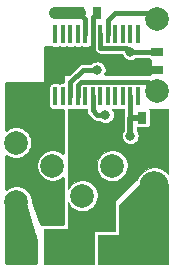
<source format=gbr>
G04 #@! TF.GenerationSoftware,KiCad,Pcbnew,(5.1.5-0-10_14)*
G04 #@! TF.CreationDate,2021-10-06T22:58:41+01:00*
G04 #@! TF.ProjectId,throwie,7468726f-7769-4652-9e6b-696361645f70,rev?*
G04 #@! TF.SameCoordinates,Original*
G04 #@! TF.FileFunction,Copper,L2,Bot*
G04 #@! TF.FilePolarity,Positive*
%FSLAX46Y46*%
G04 Gerber Fmt 4.6, Leading zero omitted, Abs format (unit mm)*
G04 Created by KiCad (PCBNEW (5.1.5-0-10_14)) date 2021-10-06 22:58:41*
%MOMM*%
%LPD*%
G04 APERTURE LIST*
%ADD10R,0.400000X1.600000*%
%ADD11C,2.500000*%
%ADD12C,2.000000*%
%ADD13R,0.700000X1.000000*%
%ADD14R,1.000000X0.700000*%
%ADD15C,0.800000*%
%ADD16C,1.000000*%
%ADD17C,0.250000*%
%ADD18C,0.400000*%
%ADD19C,0.500000*%
%ADD20C,0.125000*%
%ADD21C,0.254000*%
G04 APERTURE END LIST*
D10*
X56642000Y-75150000D03*
X57277000Y-75150000D03*
X57912000Y-75150000D03*
X58547000Y-75150000D03*
X59182000Y-75150000D03*
X59817000Y-75150000D03*
X60452000Y-75150000D03*
X61087000Y-75150000D03*
X61722000Y-75150000D03*
X62357000Y-75150000D03*
X62992000Y-75150000D03*
X63642000Y-75150000D03*
X63627000Y-69850000D03*
X62992000Y-69850000D03*
X62357000Y-69850000D03*
X61722000Y-69850000D03*
X61087000Y-69850000D03*
X60452000Y-69850000D03*
X59817000Y-69850000D03*
X59182000Y-69850000D03*
X58547000Y-69850000D03*
X57912000Y-69850000D03*
X57277000Y-69850000D03*
X56642000Y-69850000D03*
D11*
X65024000Y-79248000D03*
X65024000Y-82748000D03*
D12*
X61468000Y-81026000D03*
X58928000Y-83566000D03*
X56388000Y-81026000D03*
X65278000Y-74676000D03*
X65278000Y-68580000D03*
D13*
X65508000Y-76962000D03*
X64008000Y-76962000D03*
D12*
X54159144Y-87382448D03*
X64008000Y-87376000D03*
D13*
X58698000Y-68072000D03*
X60198000Y-68072000D03*
D12*
X53307721Y-79074104D03*
X53340000Y-84074000D03*
D14*
X65278000Y-71398000D03*
X65278000Y-72898000D03*
D15*
X57912000Y-87884990D03*
X58952000Y-87860000D03*
X60198000Y-85598000D03*
X59182000Y-85598000D03*
X58181818Y-85582182D03*
X56642000Y-68072000D03*
X57658000Y-68072000D03*
X56642000Y-88900000D03*
X58674000Y-76708000D03*
X62738000Y-88646000D03*
X65786000Y-88646000D03*
X65786000Y-87630000D03*
X65786000Y-86614000D03*
X61722000Y-88646000D03*
X65786000Y-85598000D03*
X65786000Y-84582000D03*
X64008000Y-84582000D03*
X64008000Y-85598000D03*
X62992000Y-85598000D03*
X56896000Y-85504010D03*
X55719990Y-85504010D03*
X62992000Y-71374000D03*
X60198000Y-72898000D03*
X60880000Y-76710000D03*
X62992000Y-78486000D03*
D16*
X61214000Y-83796002D02*
X61214000Y-85116315D01*
X61214000Y-85116315D02*
X61214000Y-85682000D01*
X63774001Y-81236001D02*
X61214000Y-83796002D01*
X63774001Y-80497999D02*
X63774001Y-81236001D01*
X65024000Y-79248000D02*
X63774001Y-80497999D01*
X60282000Y-85682000D02*
X60198000Y-85598000D01*
X61214000Y-85682000D02*
X60282000Y-85682000D01*
X58197636Y-85598000D02*
X58181818Y-85582182D01*
X59182000Y-85598000D02*
X58197636Y-85598000D01*
X59182000Y-85598000D02*
X60198000Y-85598000D01*
X57936990Y-87860000D02*
X57912000Y-87884990D01*
X58952000Y-87860000D02*
X57936990Y-87860000D01*
X56896990Y-88900000D02*
X57912000Y-87884990D01*
X56642000Y-88900000D02*
X56642000Y-88900000D01*
X58181818Y-87615172D02*
X57912000Y-87884990D01*
X58181818Y-85582182D02*
X58181818Y-87615172D01*
D17*
X65508000Y-78764000D02*
X65024000Y-79248000D01*
D16*
X65508000Y-76962000D02*
X65508000Y-78764000D01*
D18*
X59182000Y-69850000D02*
X59182000Y-68580000D01*
X59182000Y-68580000D02*
X58674000Y-68072000D01*
D16*
X58698000Y-68072000D02*
X56642000Y-68072000D01*
X56642000Y-88900000D02*
X56896990Y-88900000D01*
X63424333Y-87197667D02*
X62738000Y-87884000D01*
X64008000Y-87197667D02*
X63424333Y-87197667D01*
X62738000Y-87884000D02*
X61722000Y-87884000D01*
X65024000Y-86106000D02*
X64008000Y-87122000D01*
D17*
X60960000Y-88646000D02*
X62738000Y-88646000D01*
D16*
X61722000Y-88646000D02*
X60960000Y-88646000D01*
X61722000Y-87884000D02*
X61722000Y-88646000D01*
D18*
X59817000Y-69850000D02*
X59817000Y-71288923D01*
X59817000Y-71288923D02*
X61426077Y-72898000D01*
X61426077Y-72898000D02*
X65278000Y-72898000D01*
X59939500Y-71411423D02*
X59817000Y-71288923D01*
X59817000Y-69850000D02*
X59817000Y-68453000D01*
X59817000Y-68453000D02*
X60198000Y-68072000D01*
D16*
X54108448Y-87382448D02*
X54102000Y-87376000D01*
X54159144Y-87382448D02*
X54108448Y-87382448D01*
D18*
X60452000Y-69850000D02*
X60452000Y-71050000D01*
X62668000Y-71050000D02*
X62992000Y-71374000D01*
X60452000Y-71050000D02*
X62668000Y-71050000D01*
X62992000Y-71374000D02*
X65278000Y-71374000D01*
X58964000Y-72898000D02*
X60198000Y-72898000D01*
X57912000Y-73950000D02*
X58964000Y-72898000D01*
X57912000Y-75150000D02*
X57912000Y-73950000D01*
X58581999Y-74174003D02*
X58842002Y-73914000D01*
X58581999Y-75115001D02*
X58581999Y-74174003D01*
X58547000Y-75150000D02*
X58581999Y-75115001D01*
X58842002Y-73914000D02*
X60198000Y-73914000D01*
X60452000Y-73914000D02*
X63500000Y-73914000D01*
X63500000Y-73914000D02*
X64008000Y-73914000D01*
X64008000Y-73914000D02*
X64516000Y-73914000D01*
X64516000Y-73914000D02*
X65278000Y-74676000D01*
X61087000Y-69850000D02*
X61087000Y-68707000D01*
X61087000Y-68707000D02*
X61722000Y-68072000D01*
X61722000Y-68072000D02*
X62484000Y-68072000D01*
X62484000Y-68072000D02*
X63500000Y-68072000D01*
X63500000Y-68072000D02*
X64008000Y-68072000D01*
X64008000Y-68072000D02*
X64770000Y-68072000D01*
X64770000Y-68072000D02*
X65278000Y-68580000D01*
X59817000Y-75150000D02*
X59817000Y-76350000D01*
X60175000Y-76708000D02*
X60960000Y-76708000D01*
X59817000Y-76350000D02*
X60175000Y-76708000D01*
D17*
X62992000Y-75184000D02*
X62992000Y-75438000D01*
D19*
X64008000Y-76962000D02*
X62992000Y-76962000D01*
D18*
X62992000Y-75150000D02*
X62992000Y-76962000D01*
D19*
X62992000Y-78486000D02*
X62992000Y-76962000D01*
D17*
X57277000Y-69977000D02*
X57167001Y-70086999D01*
X57277000Y-69850000D02*
X57277000Y-69977000D01*
D20*
G36*
X66206500Y-89320500D02*
G01*
X60260500Y-89320500D01*
X60260500Y-86930500D01*
X61976000Y-86930500D01*
X61988193Y-86929299D01*
X61999918Y-86925742D01*
X62010723Y-86919967D01*
X62020194Y-86912194D01*
X62027967Y-86902723D01*
X62033742Y-86891918D01*
X62037299Y-86880193D01*
X62038500Y-86868000D01*
X62038500Y-84353888D01*
X63779888Y-82612500D01*
X66206500Y-82612500D01*
X66206500Y-89320500D01*
G37*
X66206500Y-89320500D02*
X60260500Y-89320500D01*
X60260500Y-86930500D01*
X61976000Y-86930500D01*
X61988193Y-86929299D01*
X61999918Y-86925742D01*
X62010723Y-86919967D01*
X62020194Y-86912194D01*
X62027967Y-86902723D01*
X62033742Y-86891918D01*
X62037299Y-86880193D01*
X62038500Y-86868000D01*
X62038500Y-84353888D01*
X63779888Y-82612500D01*
X66206500Y-82612500D01*
X66206500Y-89320500D01*
G36*
X58347000Y-76268031D02*
G01*
X58747000Y-76268031D01*
X58803156Y-76262500D01*
X58925844Y-76262500D01*
X58982000Y-76268031D01*
X59300501Y-76268031D01*
X59300501Y-76324619D01*
X59298001Y-76350000D01*
X59307974Y-76451252D01*
X59337508Y-76548612D01*
X59385468Y-76638340D01*
X59420213Y-76680677D01*
X59450013Y-76716988D01*
X59469725Y-76733165D01*
X59791834Y-77055275D01*
X59808012Y-77074988D01*
X59851915Y-77111018D01*
X59886659Y-77139532D01*
X59962068Y-77179839D01*
X59976388Y-77187493D01*
X60073748Y-77217027D01*
X60149626Y-77224500D01*
X60149628Y-77224500D01*
X60174999Y-77226999D01*
X60200370Y-77224500D01*
X60381216Y-77224500D01*
X60423258Y-77266542D01*
X60540610Y-77344954D01*
X60671005Y-77398965D01*
X60809431Y-77426500D01*
X60950569Y-77426500D01*
X61088995Y-77398965D01*
X61219390Y-77344954D01*
X61336742Y-77266542D01*
X61436542Y-77166742D01*
X61514954Y-77049390D01*
X61568965Y-76918995D01*
X61596500Y-76780569D01*
X61596500Y-76639431D01*
X61568965Y-76501005D01*
X61514954Y-76370610D01*
X61442717Y-76262500D01*
X61465844Y-76262500D01*
X61522000Y-76268031D01*
X61922000Y-76268031D01*
X61978156Y-76262500D01*
X62100844Y-76262500D01*
X62157000Y-76268031D01*
X62475501Y-76268031D01*
X62475501Y-76726554D01*
X62466090Y-76744161D01*
X62433697Y-76850947D01*
X62422759Y-76962000D01*
X62425501Y-76989839D01*
X62425500Y-78044161D01*
X62357046Y-78146610D01*
X62303035Y-78277005D01*
X62275500Y-78415431D01*
X62275500Y-78556569D01*
X62303035Y-78694995D01*
X62357046Y-78825390D01*
X62435458Y-78942742D01*
X62535258Y-79042542D01*
X62652610Y-79120954D01*
X62783005Y-79174965D01*
X62921431Y-79202500D01*
X63062569Y-79202500D01*
X63200995Y-79174965D01*
X63331390Y-79120954D01*
X63448742Y-79042542D01*
X63548542Y-78942742D01*
X63626954Y-78825390D01*
X63680965Y-78694995D01*
X63708500Y-78556569D01*
X63708500Y-78415431D01*
X63680965Y-78277005D01*
X63626954Y-78146610D01*
X63558500Y-78044161D01*
X63558500Y-77762558D01*
X63595955Y-77773920D01*
X63658000Y-77780031D01*
X64358000Y-77780031D01*
X64420045Y-77773920D01*
X64479705Y-77755822D01*
X64534689Y-77726433D01*
X64582882Y-77686882D01*
X64622433Y-77638689D01*
X64651822Y-77583705D01*
X64669920Y-77524045D01*
X64676031Y-77462000D01*
X64676031Y-76462000D01*
X64669920Y-76399955D01*
X64651822Y-76340295D01*
X64622433Y-76285311D01*
X64603712Y-76262500D01*
X66206501Y-76262500D01*
X66206500Y-81715134D01*
X66022586Y-81531220D01*
X65766016Y-81359785D01*
X65480931Y-81241699D01*
X65178287Y-81181500D01*
X64869713Y-81181500D01*
X64567069Y-81241699D01*
X64281984Y-81359785D01*
X64025414Y-81531220D01*
X63807220Y-81749414D01*
X63635785Y-82005984D01*
X63541545Y-82233500D01*
X63500000Y-82233500D01*
X63487807Y-82234701D01*
X63476082Y-82238258D01*
X63465277Y-82244033D01*
X63455806Y-82251806D01*
X61677806Y-84029806D01*
X61670033Y-84039277D01*
X61664258Y-84050082D01*
X61660701Y-84061807D01*
X61659500Y-84074000D01*
X61659500Y-86551500D01*
X59944000Y-86551500D01*
X59931807Y-86552701D01*
X59920082Y-86556258D01*
X59909277Y-86562033D01*
X59899806Y-86569806D01*
X59892033Y-86579277D01*
X59886258Y-86590082D01*
X59882701Y-86601807D01*
X59881500Y-86614000D01*
X59881500Y-89320500D01*
X55688500Y-89320500D01*
X55688500Y-86422500D01*
X57658000Y-86422500D01*
X57670193Y-86421299D01*
X57681918Y-86417742D01*
X57692723Y-86411967D01*
X57702194Y-86404194D01*
X57709967Y-86394723D01*
X57715742Y-86383918D01*
X57719299Y-86372193D01*
X57720500Y-86360000D01*
X57720500Y-84091018D01*
X57761333Y-84189597D01*
X57905408Y-84405220D01*
X58088780Y-84588592D01*
X58304403Y-84732667D01*
X58543991Y-84831908D01*
X58798336Y-84882500D01*
X59057664Y-84882500D01*
X59312009Y-84831908D01*
X59551597Y-84732667D01*
X59767220Y-84588592D01*
X59950592Y-84405220D01*
X60094667Y-84189597D01*
X60193908Y-83950009D01*
X60244500Y-83695664D01*
X60244500Y-83436336D01*
X60193908Y-83181991D01*
X60094667Y-82942403D01*
X59950592Y-82726780D01*
X59767220Y-82543408D01*
X59551597Y-82399333D01*
X59312009Y-82300092D01*
X59057664Y-82249500D01*
X58798336Y-82249500D01*
X58543991Y-82300092D01*
X58304403Y-82399333D01*
X58088780Y-82543408D01*
X57905408Y-82726780D01*
X57761333Y-82942403D01*
X57720500Y-83040982D01*
X57720500Y-80896336D01*
X60151500Y-80896336D01*
X60151500Y-81155664D01*
X60202092Y-81410009D01*
X60301333Y-81649597D01*
X60445408Y-81865220D01*
X60628780Y-82048592D01*
X60844403Y-82192667D01*
X61083991Y-82291908D01*
X61338336Y-82342500D01*
X61597664Y-82342500D01*
X61852009Y-82291908D01*
X62091597Y-82192667D01*
X62307220Y-82048592D01*
X62490592Y-81865220D01*
X62634667Y-81649597D01*
X62733908Y-81410009D01*
X62784500Y-81155664D01*
X62784500Y-80896336D01*
X62733908Y-80641991D01*
X62634667Y-80402403D01*
X62490592Y-80186780D01*
X62307220Y-80003408D01*
X62091597Y-79859333D01*
X61852009Y-79760092D01*
X61597664Y-79709500D01*
X61338336Y-79709500D01*
X61083991Y-79760092D01*
X60844403Y-79859333D01*
X60628780Y-80003408D01*
X60445408Y-80186780D01*
X60301333Y-80402403D01*
X60202092Y-80641991D01*
X60151500Y-80896336D01*
X57720500Y-80896336D01*
X57720500Y-76268031D01*
X58112000Y-76268031D01*
X58168156Y-76262500D01*
X58290844Y-76262500D01*
X58347000Y-76268031D01*
G37*
X58347000Y-76268031D02*
X58747000Y-76268031D01*
X58803156Y-76262500D01*
X58925844Y-76262500D01*
X58982000Y-76268031D01*
X59300501Y-76268031D01*
X59300501Y-76324619D01*
X59298001Y-76350000D01*
X59307974Y-76451252D01*
X59337508Y-76548612D01*
X59385468Y-76638340D01*
X59420213Y-76680677D01*
X59450013Y-76716988D01*
X59469725Y-76733165D01*
X59791834Y-77055275D01*
X59808012Y-77074988D01*
X59851915Y-77111018D01*
X59886659Y-77139532D01*
X59962068Y-77179839D01*
X59976388Y-77187493D01*
X60073748Y-77217027D01*
X60149626Y-77224500D01*
X60149628Y-77224500D01*
X60174999Y-77226999D01*
X60200370Y-77224500D01*
X60381216Y-77224500D01*
X60423258Y-77266542D01*
X60540610Y-77344954D01*
X60671005Y-77398965D01*
X60809431Y-77426500D01*
X60950569Y-77426500D01*
X61088995Y-77398965D01*
X61219390Y-77344954D01*
X61336742Y-77266542D01*
X61436542Y-77166742D01*
X61514954Y-77049390D01*
X61568965Y-76918995D01*
X61596500Y-76780569D01*
X61596500Y-76639431D01*
X61568965Y-76501005D01*
X61514954Y-76370610D01*
X61442717Y-76262500D01*
X61465844Y-76262500D01*
X61522000Y-76268031D01*
X61922000Y-76268031D01*
X61978156Y-76262500D01*
X62100844Y-76262500D01*
X62157000Y-76268031D01*
X62475501Y-76268031D01*
X62475501Y-76726554D01*
X62466090Y-76744161D01*
X62433697Y-76850947D01*
X62422759Y-76962000D01*
X62425501Y-76989839D01*
X62425500Y-78044161D01*
X62357046Y-78146610D01*
X62303035Y-78277005D01*
X62275500Y-78415431D01*
X62275500Y-78556569D01*
X62303035Y-78694995D01*
X62357046Y-78825390D01*
X62435458Y-78942742D01*
X62535258Y-79042542D01*
X62652610Y-79120954D01*
X62783005Y-79174965D01*
X62921431Y-79202500D01*
X63062569Y-79202500D01*
X63200995Y-79174965D01*
X63331390Y-79120954D01*
X63448742Y-79042542D01*
X63548542Y-78942742D01*
X63626954Y-78825390D01*
X63680965Y-78694995D01*
X63708500Y-78556569D01*
X63708500Y-78415431D01*
X63680965Y-78277005D01*
X63626954Y-78146610D01*
X63558500Y-78044161D01*
X63558500Y-77762558D01*
X63595955Y-77773920D01*
X63658000Y-77780031D01*
X64358000Y-77780031D01*
X64420045Y-77773920D01*
X64479705Y-77755822D01*
X64534689Y-77726433D01*
X64582882Y-77686882D01*
X64622433Y-77638689D01*
X64651822Y-77583705D01*
X64669920Y-77524045D01*
X64676031Y-77462000D01*
X64676031Y-76462000D01*
X64669920Y-76399955D01*
X64651822Y-76340295D01*
X64622433Y-76285311D01*
X64603712Y-76262500D01*
X66206501Y-76262500D01*
X66206500Y-81715134D01*
X66022586Y-81531220D01*
X65766016Y-81359785D01*
X65480931Y-81241699D01*
X65178287Y-81181500D01*
X64869713Y-81181500D01*
X64567069Y-81241699D01*
X64281984Y-81359785D01*
X64025414Y-81531220D01*
X63807220Y-81749414D01*
X63635785Y-82005984D01*
X63541545Y-82233500D01*
X63500000Y-82233500D01*
X63487807Y-82234701D01*
X63476082Y-82238258D01*
X63465277Y-82244033D01*
X63455806Y-82251806D01*
X61677806Y-84029806D01*
X61670033Y-84039277D01*
X61664258Y-84050082D01*
X61660701Y-84061807D01*
X61659500Y-84074000D01*
X61659500Y-86551500D01*
X59944000Y-86551500D01*
X59931807Y-86552701D01*
X59920082Y-86556258D01*
X59909277Y-86562033D01*
X59899806Y-86569806D01*
X59892033Y-86579277D01*
X59886258Y-86590082D01*
X59882701Y-86601807D01*
X59881500Y-86614000D01*
X59881500Y-89320500D01*
X55688500Y-89320500D01*
X55688500Y-86422500D01*
X57658000Y-86422500D01*
X57670193Y-86421299D01*
X57681918Y-86417742D01*
X57692723Y-86411967D01*
X57702194Y-86404194D01*
X57709967Y-86394723D01*
X57715742Y-86383918D01*
X57719299Y-86372193D01*
X57720500Y-86360000D01*
X57720500Y-84091018D01*
X57761333Y-84189597D01*
X57905408Y-84405220D01*
X58088780Y-84588592D01*
X58304403Y-84732667D01*
X58543991Y-84831908D01*
X58798336Y-84882500D01*
X59057664Y-84882500D01*
X59312009Y-84831908D01*
X59551597Y-84732667D01*
X59767220Y-84588592D01*
X59950592Y-84405220D01*
X60094667Y-84189597D01*
X60193908Y-83950009D01*
X60244500Y-83695664D01*
X60244500Y-83436336D01*
X60193908Y-83181991D01*
X60094667Y-82942403D01*
X59950592Y-82726780D01*
X59767220Y-82543408D01*
X59551597Y-82399333D01*
X59312009Y-82300092D01*
X59057664Y-82249500D01*
X58798336Y-82249500D01*
X58543991Y-82300092D01*
X58304403Y-82399333D01*
X58088780Y-82543408D01*
X57905408Y-82726780D01*
X57761333Y-82942403D01*
X57720500Y-83040982D01*
X57720500Y-80896336D01*
X60151500Y-80896336D01*
X60151500Y-81155664D01*
X60202092Y-81410009D01*
X60301333Y-81649597D01*
X60445408Y-81865220D01*
X60628780Y-82048592D01*
X60844403Y-82192667D01*
X61083991Y-82291908D01*
X61338336Y-82342500D01*
X61597664Y-82342500D01*
X61852009Y-82291908D01*
X62091597Y-82192667D01*
X62307220Y-82048592D01*
X62490592Y-81865220D01*
X62634667Y-81649597D01*
X62733908Y-81410009D01*
X62784500Y-81155664D01*
X62784500Y-80896336D01*
X62733908Y-80641991D01*
X62634667Y-80402403D01*
X62490592Y-80186780D01*
X62307220Y-80003408D01*
X62091597Y-79859333D01*
X61852009Y-79760092D01*
X61597664Y-79709500D01*
X61338336Y-79709500D01*
X61083991Y-79760092D01*
X60844403Y-79859333D01*
X60628780Y-80003408D01*
X60445408Y-80186780D01*
X60301333Y-80402403D01*
X60202092Y-80641991D01*
X60151500Y-80896336D01*
X57720500Y-80896336D01*
X57720500Y-76268031D01*
X58112000Y-76268031D01*
X58168156Y-76262500D01*
X58290844Y-76262500D01*
X58347000Y-76268031D01*
D21*
G36*
X56295492Y-71003701D02*
G01*
X56367311Y-71025487D01*
X56442000Y-71032843D01*
X56842000Y-71032843D01*
X56916689Y-71025487D01*
X56959500Y-71012500D01*
X57002311Y-71025487D01*
X57077000Y-71032843D01*
X57477000Y-71032843D01*
X57551689Y-71025487D01*
X57594500Y-71012500D01*
X57637311Y-71025487D01*
X57712000Y-71032843D01*
X58112000Y-71032843D01*
X58186689Y-71025487D01*
X58229500Y-71012500D01*
X58272311Y-71025487D01*
X58347000Y-71032843D01*
X58747000Y-71032843D01*
X58821689Y-71025487D01*
X58864500Y-71012500D01*
X58907311Y-71025487D01*
X58982000Y-71032843D01*
X59382000Y-71032843D01*
X59456689Y-71025487D01*
X59528508Y-71003701D01*
X59548528Y-70993000D01*
X59871001Y-70993000D01*
X59871001Y-71021450D01*
X59868189Y-71050000D01*
X59879407Y-71163896D01*
X59912629Y-71273415D01*
X59966579Y-71374348D01*
X60039183Y-71462817D01*
X60127652Y-71535421D01*
X60228585Y-71589371D01*
X60338104Y-71622593D01*
X60423460Y-71631000D01*
X60452000Y-71633811D01*
X60480540Y-71631000D01*
X62253104Y-71631000D01*
X62299887Y-71743942D01*
X62385358Y-71871859D01*
X62494141Y-71980642D01*
X62622058Y-72066113D01*
X62764191Y-72124987D01*
X62915078Y-72155000D01*
X63068922Y-72155000D01*
X63219809Y-72124987D01*
X63361942Y-72066113D01*
X63489859Y-71980642D01*
X63515501Y-71955000D01*
X64456633Y-71955000D01*
X64459678Y-71960696D01*
X64507289Y-72018711D01*
X64565304Y-72066322D01*
X64631492Y-72101701D01*
X64643000Y-72105192D01*
X64643000Y-73279000D01*
X60882724Y-73279000D01*
X60890113Y-73267942D01*
X60948987Y-73125809D01*
X60979000Y-72974922D01*
X60979000Y-72821078D01*
X60948987Y-72670191D01*
X60890113Y-72528058D01*
X60804642Y-72400141D01*
X60695859Y-72291358D01*
X60567942Y-72205887D01*
X60425809Y-72147013D01*
X60274922Y-72117000D01*
X60121078Y-72117000D01*
X59970191Y-72147013D01*
X59828058Y-72205887D01*
X59700141Y-72291358D01*
X59674499Y-72317000D01*
X58992540Y-72317000D01*
X58964000Y-72314189D01*
X58935460Y-72317000D01*
X58850104Y-72325407D01*
X58740585Y-72358629D01*
X58639652Y-72412579D01*
X58551183Y-72485183D01*
X58532987Y-72507355D01*
X57761343Y-73279000D01*
X57404000Y-73279000D01*
X57379224Y-73281440D01*
X57355399Y-73288667D01*
X57333443Y-73300403D01*
X57314197Y-73316197D01*
X57298403Y-73335443D01*
X57286667Y-73357399D01*
X57279440Y-73381224D01*
X57277000Y-73406000D01*
X57277000Y-73967157D01*
X57077000Y-73967157D01*
X57002311Y-73974513D01*
X56959500Y-73987500D01*
X56916689Y-73974513D01*
X56842000Y-73967157D01*
X56442000Y-73967157D01*
X56367311Y-73974513D01*
X56295492Y-73996299D01*
X56229304Y-74031678D01*
X56171289Y-74079289D01*
X56123678Y-74137304D01*
X56088299Y-74203492D01*
X56066513Y-74275311D01*
X56059157Y-74350000D01*
X56059157Y-75950000D01*
X56066513Y-76024689D01*
X56088299Y-76096508D01*
X56123678Y-76162696D01*
X56171289Y-76220711D01*
X56229304Y-76268322D01*
X56295492Y-76303701D01*
X56367311Y-76325487D01*
X56442000Y-76332843D01*
X56842000Y-76332843D01*
X56916689Y-76325487D01*
X56959500Y-76312500D01*
X57002311Y-76325487D01*
X57077000Y-76332843D01*
X57277000Y-76332843D01*
X57277000Y-79961971D01*
X57268336Y-79953307D01*
X57042149Y-79802174D01*
X56790823Y-79698071D01*
X56524017Y-79645000D01*
X56251983Y-79645000D01*
X55985177Y-79698071D01*
X55733851Y-79802174D01*
X55507664Y-79953307D01*
X55315307Y-80145664D01*
X55164174Y-80371851D01*
X55060071Y-80623177D01*
X55007000Y-80889983D01*
X55007000Y-81162017D01*
X55060071Y-81428823D01*
X55164174Y-81680149D01*
X55315307Y-81906336D01*
X55507664Y-82098693D01*
X55733851Y-82249826D01*
X55985177Y-82353929D01*
X56251983Y-82407000D01*
X56524017Y-82407000D01*
X56790823Y-82353929D01*
X57042149Y-82249826D01*
X57268336Y-82098693D01*
X57277000Y-82090029D01*
X57277000Y-85979000D01*
X55457984Y-85979000D01*
X54721000Y-84136540D01*
X54721000Y-83937983D01*
X54667929Y-83671177D01*
X54563826Y-83419851D01*
X54412693Y-83193664D01*
X54220336Y-83001307D01*
X53994149Y-82850174D01*
X53742823Y-82746071D01*
X53476017Y-82693000D01*
X53203983Y-82693000D01*
X52937177Y-82746071D01*
X52685851Y-82850174D01*
X52476000Y-82990392D01*
X52476000Y-80179280D01*
X52653572Y-80297930D01*
X52904898Y-80402033D01*
X53171704Y-80455104D01*
X53443738Y-80455104D01*
X53710544Y-80402033D01*
X53961870Y-80297930D01*
X54188057Y-80146797D01*
X54380414Y-79954440D01*
X54531547Y-79728253D01*
X54635650Y-79476927D01*
X54688721Y-79210121D01*
X54688721Y-78938087D01*
X54635650Y-78671281D01*
X54531547Y-78419955D01*
X54380414Y-78193768D01*
X54188057Y-78001411D01*
X53961870Y-77850278D01*
X53710544Y-77746175D01*
X53443738Y-77693104D01*
X53171704Y-77693104D01*
X52904898Y-77746175D01*
X52653572Y-77850278D01*
X52476000Y-77968928D01*
X52476000Y-74041000D01*
X55626000Y-74041000D01*
X55650776Y-74038560D01*
X55674601Y-74031333D01*
X55696557Y-74019597D01*
X55715803Y-74003803D01*
X55731597Y-73984557D01*
X55743333Y-73962601D01*
X55750560Y-73938776D01*
X55753000Y-73914000D01*
X55753000Y-70993000D01*
X56275472Y-70993000D01*
X56295492Y-71003701D01*
G37*
X56295492Y-71003701D02*
X56367311Y-71025487D01*
X56442000Y-71032843D01*
X56842000Y-71032843D01*
X56916689Y-71025487D01*
X56959500Y-71012500D01*
X57002311Y-71025487D01*
X57077000Y-71032843D01*
X57477000Y-71032843D01*
X57551689Y-71025487D01*
X57594500Y-71012500D01*
X57637311Y-71025487D01*
X57712000Y-71032843D01*
X58112000Y-71032843D01*
X58186689Y-71025487D01*
X58229500Y-71012500D01*
X58272311Y-71025487D01*
X58347000Y-71032843D01*
X58747000Y-71032843D01*
X58821689Y-71025487D01*
X58864500Y-71012500D01*
X58907311Y-71025487D01*
X58982000Y-71032843D01*
X59382000Y-71032843D01*
X59456689Y-71025487D01*
X59528508Y-71003701D01*
X59548528Y-70993000D01*
X59871001Y-70993000D01*
X59871001Y-71021450D01*
X59868189Y-71050000D01*
X59879407Y-71163896D01*
X59912629Y-71273415D01*
X59966579Y-71374348D01*
X60039183Y-71462817D01*
X60127652Y-71535421D01*
X60228585Y-71589371D01*
X60338104Y-71622593D01*
X60423460Y-71631000D01*
X60452000Y-71633811D01*
X60480540Y-71631000D01*
X62253104Y-71631000D01*
X62299887Y-71743942D01*
X62385358Y-71871859D01*
X62494141Y-71980642D01*
X62622058Y-72066113D01*
X62764191Y-72124987D01*
X62915078Y-72155000D01*
X63068922Y-72155000D01*
X63219809Y-72124987D01*
X63361942Y-72066113D01*
X63489859Y-71980642D01*
X63515501Y-71955000D01*
X64456633Y-71955000D01*
X64459678Y-71960696D01*
X64507289Y-72018711D01*
X64565304Y-72066322D01*
X64631492Y-72101701D01*
X64643000Y-72105192D01*
X64643000Y-73279000D01*
X60882724Y-73279000D01*
X60890113Y-73267942D01*
X60948987Y-73125809D01*
X60979000Y-72974922D01*
X60979000Y-72821078D01*
X60948987Y-72670191D01*
X60890113Y-72528058D01*
X60804642Y-72400141D01*
X60695859Y-72291358D01*
X60567942Y-72205887D01*
X60425809Y-72147013D01*
X60274922Y-72117000D01*
X60121078Y-72117000D01*
X59970191Y-72147013D01*
X59828058Y-72205887D01*
X59700141Y-72291358D01*
X59674499Y-72317000D01*
X58992540Y-72317000D01*
X58964000Y-72314189D01*
X58935460Y-72317000D01*
X58850104Y-72325407D01*
X58740585Y-72358629D01*
X58639652Y-72412579D01*
X58551183Y-72485183D01*
X58532987Y-72507355D01*
X57761343Y-73279000D01*
X57404000Y-73279000D01*
X57379224Y-73281440D01*
X57355399Y-73288667D01*
X57333443Y-73300403D01*
X57314197Y-73316197D01*
X57298403Y-73335443D01*
X57286667Y-73357399D01*
X57279440Y-73381224D01*
X57277000Y-73406000D01*
X57277000Y-73967157D01*
X57077000Y-73967157D01*
X57002311Y-73974513D01*
X56959500Y-73987500D01*
X56916689Y-73974513D01*
X56842000Y-73967157D01*
X56442000Y-73967157D01*
X56367311Y-73974513D01*
X56295492Y-73996299D01*
X56229304Y-74031678D01*
X56171289Y-74079289D01*
X56123678Y-74137304D01*
X56088299Y-74203492D01*
X56066513Y-74275311D01*
X56059157Y-74350000D01*
X56059157Y-75950000D01*
X56066513Y-76024689D01*
X56088299Y-76096508D01*
X56123678Y-76162696D01*
X56171289Y-76220711D01*
X56229304Y-76268322D01*
X56295492Y-76303701D01*
X56367311Y-76325487D01*
X56442000Y-76332843D01*
X56842000Y-76332843D01*
X56916689Y-76325487D01*
X56959500Y-76312500D01*
X57002311Y-76325487D01*
X57077000Y-76332843D01*
X57277000Y-76332843D01*
X57277000Y-79961971D01*
X57268336Y-79953307D01*
X57042149Y-79802174D01*
X56790823Y-79698071D01*
X56524017Y-79645000D01*
X56251983Y-79645000D01*
X55985177Y-79698071D01*
X55733851Y-79802174D01*
X55507664Y-79953307D01*
X55315307Y-80145664D01*
X55164174Y-80371851D01*
X55060071Y-80623177D01*
X55007000Y-80889983D01*
X55007000Y-81162017D01*
X55060071Y-81428823D01*
X55164174Y-81680149D01*
X55315307Y-81906336D01*
X55507664Y-82098693D01*
X55733851Y-82249826D01*
X55985177Y-82353929D01*
X56251983Y-82407000D01*
X56524017Y-82407000D01*
X56790823Y-82353929D01*
X57042149Y-82249826D01*
X57268336Y-82098693D01*
X57277000Y-82090029D01*
X57277000Y-85979000D01*
X55457984Y-85979000D01*
X54721000Y-84136540D01*
X54721000Y-83937983D01*
X54667929Y-83671177D01*
X54563826Y-83419851D01*
X54412693Y-83193664D01*
X54220336Y-83001307D01*
X53994149Y-82850174D01*
X53742823Y-82746071D01*
X53476017Y-82693000D01*
X53203983Y-82693000D01*
X52937177Y-82746071D01*
X52685851Y-82850174D01*
X52476000Y-82990392D01*
X52476000Y-80179280D01*
X52653572Y-80297930D01*
X52904898Y-80402033D01*
X53171704Y-80455104D01*
X53443738Y-80455104D01*
X53710544Y-80402033D01*
X53961870Y-80297930D01*
X54188057Y-80146797D01*
X54380414Y-79954440D01*
X54531547Y-79728253D01*
X54635650Y-79476927D01*
X54688721Y-79210121D01*
X54688721Y-78938087D01*
X54635650Y-78671281D01*
X54531547Y-78419955D01*
X54380414Y-78193768D01*
X54188057Y-78001411D01*
X53961870Y-77850278D01*
X53710544Y-77746175D01*
X53443738Y-77693104D01*
X53171704Y-77693104D01*
X52904898Y-77746175D01*
X52653572Y-77850278D01*
X52476000Y-77968928D01*
X52476000Y-74041000D01*
X55626000Y-74041000D01*
X55650776Y-74038560D01*
X55674601Y-74031333D01*
X55696557Y-74019597D01*
X55715803Y-74003803D01*
X55731597Y-73984557D01*
X55743333Y-73962601D01*
X55750560Y-73938776D01*
X55753000Y-73914000D01*
X55753000Y-70993000D01*
X56275472Y-70993000D01*
X56295492Y-71003701D01*
G36*
X54991000Y-87393789D02*
G01*
X54991000Y-89256000D01*
X52476000Y-89256000D01*
X52476000Y-83947000D01*
X54006203Y-83947000D01*
X54991000Y-87393789D01*
G37*
X54991000Y-87393789D02*
X54991000Y-89256000D01*
X52476000Y-89256000D01*
X52476000Y-83947000D01*
X54006203Y-83947000D01*
X54991000Y-87393789D01*
M02*

</source>
